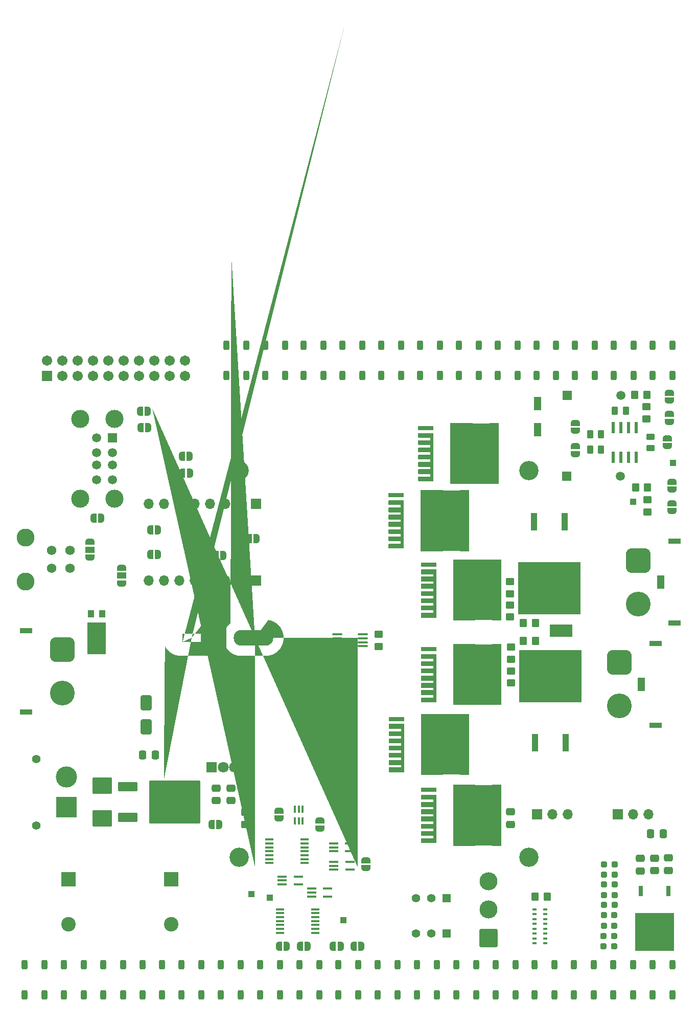
<source format=gbr>
%TF.GenerationSoftware,KiCad,Pcbnew,8.0.3*%
%TF.CreationDate,2025-06-05T13:09:17-07:00*%
%TF.ProjectId,Power_ManagementV2,506f7765-725f-44d6-916e-6167656d656e,rev?*%
%TF.SameCoordinates,Original*%
%TF.FileFunction,Soldermask,Top*%
%TF.FilePolarity,Negative*%
%FSLAX46Y46*%
G04 Gerber Fmt 4.6, Leading zero omitted, Abs format (unit mm)*
G04 Created by KiCad (PCBNEW 8.0.3) date 2025-06-05 13:09:17*
%MOMM*%
%LPD*%
G01*
G04 APERTURE LIST*
G04 Aperture macros list*
%AMRoundRect*
0 Rectangle with rounded corners*
0 $1 Rounding radius*
0 $2 $3 $4 $5 $6 $7 $8 $9 X,Y pos of 4 corners*
0 Add a 4 corners polygon primitive as box body*
4,1,4,$2,$3,$4,$5,$6,$7,$8,$9,$2,$3,0*
0 Add four circle primitives for the rounded corners*
1,1,$1+$1,$2,$3*
1,1,$1+$1,$4,$5*
1,1,$1+$1,$6,$7*
1,1,$1+$1,$8,$9*
0 Add four rect primitives between the rounded corners*
20,1,$1+$1,$2,$3,$4,$5,0*
20,1,$1+$1,$4,$5,$6,$7,0*
20,1,$1+$1,$6,$7,$8,$9,0*
20,1,$1+$1,$8,$9,$2,$3,0*%
%AMFreePoly0*
4,1,19,0.500000,-0.750000,0.000000,-0.750000,0.000000,-0.744911,-0.071157,-0.744911,-0.207708,-0.704816,-0.327430,-0.627875,-0.420627,-0.520320,-0.479746,-0.390866,-0.500000,-0.250000,-0.500000,0.250000,-0.479746,0.390866,-0.420627,0.520320,-0.327430,0.627875,-0.207708,0.704816,-0.071157,0.744911,0.000000,0.744911,0.000000,0.750000,0.500000,0.750000,0.500000,-0.750000,0.500000,-0.750000,
$1*%
%AMFreePoly1*
4,1,19,0.000000,0.744911,0.071157,0.744911,0.207708,0.704816,0.327430,0.627875,0.420627,0.520320,0.479746,0.390866,0.500000,0.250000,0.500000,-0.250000,0.479746,-0.390866,0.420627,-0.520320,0.327430,-0.627875,0.207708,-0.704816,0.071157,-0.744911,0.000000,-0.744911,0.000000,-0.750000,-0.500000,-0.750000,-0.500000,0.750000,0.000000,0.750000,0.000000,0.744911,0.000000,0.744911,
$1*%
%AMFreePoly2*
4,1,19,0.550000,-0.750000,0.000000,-0.750000,0.000000,-0.744911,-0.071157,-0.744911,-0.207708,-0.704816,-0.327430,-0.627875,-0.420627,-0.520320,-0.479746,-0.390866,-0.500000,-0.250000,-0.500000,0.250000,-0.479746,0.390866,-0.420627,0.520320,-0.327430,0.627875,-0.207708,0.704816,-0.071157,0.744911,0.000000,0.744911,0.000000,0.750000,0.550000,0.750000,0.550000,-0.750000,0.550000,-0.750000,
$1*%
%AMFreePoly3*
4,1,19,0.000000,0.744911,0.071157,0.744911,0.207708,0.704816,0.327430,0.627875,0.420627,0.520320,0.479746,0.390866,0.500000,0.250000,0.500000,-0.250000,0.479746,-0.390866,0.420627,-0.520320,0.327430,-0.627875,0.207708,-0.704816,0.071157,-0.744911,0.000000,-0.744911,0.000000,-0.750000,-0.550000,-0.750000,-0.550000,0.750000,0.000000,0.750000,0.000000,0.744911,0.000000,0.744911,
$1*%
%AMFreePoly4*
4,1,64,2.219304,2.963065,2.677052,2.853170,3.111972,2.673020,3.513357,2.427051,3.871321,2.121320,4.177052,1.763356,4.423021,1.361971,4.603171,0.927051,4.713066,0.469303,4.750001,0.000000,4.713066,-0.469303,4.603171,-0.927051,4.423021,-1.361971,4.177052,-1.763356,3.871321,-2.121320,3.513357,-2.427051,3.111972,-2.673020,2.677052,-2.853170,2.219304,-2.963065,1.750001,-3.000000,
-2.249999,-3.000000,-2.397706,-2.996361,-2.545055,-2.985454,-2.691689,-2.967306,-2.837251,-2.941960,-2.981388,-2.909478,-3.123751,-2.869938,-3.263995,-2.823437,-3.401780,-2.770088,-3.536770,-2.710019,-3.668639,-2.643376,-3.797067,-2.570322,-3.921743,-2.491033,-4.042363,-2.405702,-4.158636,-2.314536,-4.270279,-2.217755,-4.377022,-2.115595,-4.478605,-2.008303,-4.574782,-1.896139,-4.665320,-1.779377,
-4.750000,-1.658298,-4.750001,1.658297,-4.665322,1.779376,-4.574783,1.896139,-4.478606,2.008302,-4.377023,2.115594,-4.270281,2.217755,-4.158637,2.314535,-4.042365,2.405702,-3.921744,2.491033,-3.797069,2.570322,-3.668640,2.643376,-3.536771,2.710019,-3.401780,2.770087,-3.263996,2.823437,-3.123752,2.869937,-2.981389,2.909477,-2.837251,2.941959,-2.691689,2.967304,-2.545056,2.985452,
-2.397706,2.996359,-2.249999,2.999997,1.750001,3.000000,2.219304,2.963065,2.219304,2.963065,$1*%
%AMFreePoly5*
4,1,64,2.397707,2.996361,2.545056,2.985454,2.691689,2.967306,2.837251,2.941960,2.981388,2.909477,3.123751,2.869938,3.263995,2.823437,3.401779,2.770087,3.536770,2.710019,3.668639,2.643376,3.797067,2.570322,3.921742,2.491033,4.042363,2.405702,4.158635,2.314536,4.270278,2.217755,4.377021,2.115595,4.478604,2.008303,4.574782,1.896140,4.665320,1.779378,4.750000,1.658299,
4.750001,-1.658298,4.665321,-1.779377,4.574783,-1.896139,4.478606,-2.008303,4.377022,-2.115595,4.270280,-2.217755,4.158637,-2.314536,4.042364,-2.405702,3.921744,-2.491033,3.797068,-2.570322,3.668640,-2.643376,3.536771,-2.710019,3.401780,-2.770087,3.263996,-2.823437,3.123752,-2.869937,2.981389,-2.909477,2.837251,-2.941959,2.691689,-2.967305,2.545056,-2.985453,2.397707,-2.996360,
2.250000,-2.999998,-1.750001,-3.000000,-2.219304,-2.963065,-2.677051,-2.853170,-3.111972,-2.673020,-3.513356,-2.427051,-3.871321,-2.121320,-4.177051,-1.763356,-4.423020,-1.361971,-4.603170,-0.927051,-4.713066,-0.469303,-4.750001,0.000000,-4.713066,0.469303,-4.603170,0.927051,-4.423020,1.361971,-4.177051,1.763356,-3.871321,2.121320,-3.513356,2.427051,-3.111972,2.673020,-2.677051,2.853170,
-2.219304,2.963065,-1.750001,3.000000,2.250000,3.000000,2.397707,2.996361,2.397707,2.996361,$1*%
G04 Aperture macros list end*
%ADD10C,0.000000*%
%ADD11R,1.473200X0.355600*%
%ADD12RoundRect,0.250000X-0.250000X0.550000X-0.250000X-0.550000X0.250000X-0.550000X0.250000X0.550000X0*%
%ADD13FreePoly0,0.000000*%
%ADD14FreePoly1,0.000000*%
%ADD15RoundRect,0.100000X-0.650000X-0.100000X0.650000X-0.100000X0.650000X0.100000X-0.650000X0.100000X0*%
%ADD16C,1.498600*%
%ADD17R,1.498600X1.498600*%
%ADD18R,0.990600X1.143000*%
%ADD19R,3.098800X5.207000*%
%ADD20RoundRect,0.250000X-0.262500X-0.450000X0.262500X-0.450000X0.262500X0.450000X-0.262500X0.450000X0*%
%ADD21RoundRect,0.250000X0.250000X-0.550000X0.250000X0.550000X-0.250000X0.550000X-0.250000X-0.550000X0*%
%ADD22C,1.574800*%
%ADD23C,2.971800*%
%ADD24RoundRect,0.237500X-0.287500X-0.237500X0.287500X-0.237500X0.287500X0.237500X-0.287500X0.237500X0*%
%ADD25RoundRect,0.250000X0.475000X-0.337500X0.475000X0.337500X-0.475000X0.337500X-0.475000X-0.337500X0*%
%ADD26RoundRect,0.250000X0.350000X0.450000X-0.350000X0.450000X-0.350000X-0.450000X0.350000X-0.450000X0*%
%ADD27FreePoly0,90.000000*%
%ADD28FreePoly1,90.000000*%
%ADD29C,3.200000*%
%ADD30R,1.500000X1.500000*%
%ADD31C,1.500000*%
%ADD32C,3.000000*%
%ADD33R,2.400000X2.400000*%
%ADD34C,2.400000*%
%ADD35RoundRect,0.250000X-0.450000X0.350000X-0.450000X-0.350000X0.450000X-0.350000X0.450000X0.350000X0*%
%ADD36FreePoly2,90.000000*%
%ADD37R,1.500000X1.000000*%
%ADD38FreePoly3,90.000000*%
%ADD39RoundRect,0.250000X-0.337500X-0.475000X0.337500X-0.475000X0.337500X0.475000X-0.337500X0.475000X0*%
%ADD40RoundRect,0.250000X0.450000X-0.350000X0.450000X0.350000X-0.450000X0.350000X-0.450000X-0.350000X0*%
%ADD41FreePoly2,0.000000*%
%ADD42R,1.000000X1.500000*%
%ADD43FreePoly3,0.000000*%
%ADD44R,2.500000X0.800000*%
%ADD45R,7.999995X10.100005*%
%ADD46FreePoly2,270.000000*%
%ADD47FreePoly3,270.000000*%
%ADD48RoundRect,0.102000X-0.754000X-0.754000X0.754000X-0.754000X0.754000X0.754000X-0.754000X0.754000X0*%
%ADD49C,1.712000*%
%ADD50RoundRect,0.250000X-0.350000X-0.450000X0.350000X-0.450000X0.350000X0.450000X-0.350000X0.450000X0*%
%ADD51C,1.400000*%
%ADD52R,3.500000X3.500000*%
%ADD53C,3.500000*%
%ADD54R,1.168400X2.209800*%
%ADD55RoundRect,0.250000X-0.475000X0.337500X-0.475000X-0.337500X0.475000X-0.337500X0.475000X0.337500X0*%
%ADD56RoundRect,0.250000X0.262500X0.450000X-0.262500X0.450000X-0.262500X-0.450000X0.262500X-0.450000X0*%
%ADD57R,1.700000X1.700000*%
%ADD58O,1.700000X1.700000*%
%ADD59R,0.711200X1.701800*%
%ADD60R,6.553200X6.223000*%
%ADD61RoundRect,0.102000X0.609000X0.609000X-0.609000X0.609000X-0.609000X-0.609000X0.609000X-0.609000X0*%
%ADD62C,1.422000*%
%ADD63R,0.990600X2.997200*%
%ADD64R,10.337800X8.712200*%
%ADD65FreePoly0,270.000000*%
%ADD66FreePoly1,270.000000*%
%ADD67RoundRect,0.100000X-0.712500X-0.100000X0.712500X-0.100000X0.712500X0.100000X-0.712500X0.100000X0*%
%ADD68R,1.000000X1.000000*%
%ADD69R,2.000000X0.900000*%
%ADD70RoundRect,1.025000X-1.025000X1.025000X-1.025000X-1.025000X1.025000X-1.025000X1.025000X1.025000X0*%
%ADD71C,4.100000*%
%ADD72R,1.300000X2.300000*%
%ADD73R,1.460500X0.355600*%
%ADD74R,0.355600X1.168400*%
%ADD75R,3.800000X2.000000*%
%ADD76FreePoly0,180.000000*%
%ADD77FreePoly1,180.000000*%
%ADD78RoundRect,1.025000X1.025000X-1.025000X1.025000X1.025000X-1.025000X1.025000X-1.025000X-1.025000X0*%
%ADD79R,0.711200X0.457200*%
%ADD80R,1.800000X1.800000*%
%ADD81C,1.800000*%
%ADD82RoundRect,1.300000X-2.000000X-0.000010X2.000000X-0.000010X2.000000X0.000010X-2.000000X0.000010X0*%
%ADD83FreePoly4,0.000000*%
%ADD84FreePoly5,0.000000*%
%ADD85RoundRect,0.102000X-1.495000X-0.670000X1.495000X-0.670000X1.495000X0.670000X-1.495000X0.670000X0*%
%ADD86RoundRect,0.102000X-4.130000X-3.450000X4.130000X-3.450000X4.130000X3.450000X-4.130000X3.450000X0*%
%ADD87R,0.533400X1.981200*%
%ADD88RoundRect,0.250000X0.650000X-1.000000X0.650000X1.000000X-0.650000X1.000000X-0.650000X-1.000000X0*%
%ADD89RoundRect,0.102000X1.387500X1.387500X-1.387500X1.387500X-1.387500X-1.387500X1.387500X-1.387500X0*%
%ADD90C,2.979000*%
%ADD91RoundRect,0.250000X-0.450000X0.262500X-0.450000X-0.262500X0.450000X-0.262500X0.450000X0.262500X0*%
%ADD92RoundRect,0.102000X1.500000X-1.237500X1.500000X1.237500X-1.500000X1.237500X-1.500000X-1.237500X0*%
G04 APERTURE END LIST*
D10*
%TO.C,Q3*%
G36*
X230490703Y-88526397D02*
G01*
X233290698Y-88526397D01*
X233290702Y-87676398D01*
X234790699Y-87676398D01*
X234790699Y-97776404D01*
X233290702Y-97776404D01*
X233290698Y-96926405D01*
X230490703Y-96926405D01*
X230490697Y-97776404D01*
X226790704Y-97776404D01*
X226790704Y-87676398D01*
X230490697Y-87676398D01*
X230490703Y-88526397D01*
G37*
G36*
X223990701Y-97326400D02*
G01*
X221490701Y-97326400D01*
X221490701Y-96526400D01*
X223490700Y-96526402D01*
X223490700Y-96126402D01*
X221490701Y-96126400D01*
X221490701Y-95326402D01*
X223490700Y-95326402D01*
X223490700Y-94926402D01*
X221490701Y-94926402D01*
X221490701Y-94126403D01*
X223490700Y-94126402D01*
X223490700Y-93726402D01*
X221490701Y-93726402D01*
X221490701Y-92926402D01*
X223490700Y-92926402D01*
X223490700Y-92526402D01*
X221490701Y-92526402D01*
X221490701Y-91726402D01*
X223490700Y-91726402D01*
X223490700Y-91326402D01*
X221490701Y-91326402D01*
X221490701Y-90526402D01*
X223490700Y-90526402D01*
X223490700Y-90126402D01*
X221490701Y-90126402D01*
X221490701Y-89326402D01*
X223990701Y-89326402D01*
X223990701Y-97326400D01*
G37*
%TO.C,Q4*%
G36*
X230490703Y-102539795D02*
G01*
X233290698Y-102539795D01*
X233290702Y-101689796D01*
X234790699Y-101689796D01*
X234790699Y-111789802D01*
X233290702Y-111789802D01*
X233290698Y-110939803D01*
X230490703Y-110939803D01*
X230490697Y-111789802D01*
X226790704Y-111789802D01*
X226790704Y-101689796D01*
X230490697Y-101689796D01*
X230490703Y-102539795D01*
G37*
G36*
X223990701Y-111339798D02*
G01*
X221490701Y-111339798D01*
X221490701Y-110539798D01*
X223490700Y-110539800D01*
X223490700Y-110139800D01*
X221490701Y-110139798D01*
X221490701Y-109339800D01*
X223490700Y-109339800D01*
X223490700Y-108939800D01*
X221490701Y-108939800D01*
X221490701Y-108139801D01*
X223490700Y-108139800D01*
X223490700Y-107739800D01*
X221490701Y-107739800D01*
X221490701Y-106939800D01*
X223490700Y-106939800D01*
X223490700Y-106539800D01*
X221490701Y-106539800D01*
X221490701Y-105739800D01*
X223490700Y-105739800D01*
X223490700Y-105339800D01*
X221490701Y-105339800D01*
X221490701Y-104539800D01*
X223490700Y-104539800D01*
X223490700Y-104139800D01*
X221490701Y-104139800D01*
X221490701Y-103339800D01*
X223990701Y-103339800D01*
X223990701Y-111339798D01*
G37*
%TO.C,Q1*%
G36*
X230033503Y-65954796D02*
G01*
X232833498Y-65954796D01*
X232833502Y-65104797D01*
X234333499Y-65104797D01*
X234333499Y-75204803D01*
X232833502Y-75204803D01*
X232833498Y-74354804D01*
X230033503Y-74354804D01*
X230033497Y-75204803D01*
X226333504Y-75204803D01*
X226333504Y-65104797D01*
X230033497Y-65104797D01*
X230033503Y-65954796D01*
G37*
G36*
X223533501Y-74754799D02*
G01*
X221033501Y-74754799D01*
X221033501Y-73954799D01*
X223033500Y-73954801D01*
X223033500Y-73554801D01*
X221033501Y-73554799D01*
X221033501Y-72754801D01*
X223033500Y-72754801D01*
X223033500Y-72354801D01*
X221033501Y-72354801D01*
X221033501Y-71554802D01*
X223033500Y-71554801D01*
X223033500Y-71154801D01*
X221033501Y-71154801D01*
X221033501Y-70354801D01*
X223033500Y-70354801D01*
X223033500Y-69954801D01*
X221033501Y-69954801D01*
X221033501Y-69154801D01*
X223033500Y-69154801D01*
X223033500Y-68754801D01*
X221033501Y-68754801D01*
X221033501Y-67954801D01*
X223033500Y-67954801D01*
X223033500Y-67554801D01*
X221033501Y-67554801D01*
X221033501Y-66754801D01*
X223533501Y-66754801D01*
X223533501Y-74754799D01*
G37*
%TO.C,Q2*%
G36*
X225105903Y-77079996D02*
G01*
X227905898Y-77079996D01*
X227905902Y-76229997D01*
X229405899Y-76229997D01*
X229405899Y-86330003D01*
X227905902Y-86330003D01*
X227905898Y-85480004D01*
X225105903Y-85480004D01*
X225105897Y-86330003D01*
X221405904Y-86330003D01*
X221405904Y-76229997D01*
X225105897Y-76229997D01*
X225105903Y-77079996D01*
G37*
G36*
X218605901Y-85879999D02*
G01*
X216105901Y-85879999D01*
X216105901Y-85079999D01*
X218105900Y-85080001D01*
X218105900Y-84680001D01*
X216105901Y-84679999D01*
X216105901Y-83880001D01*
X218105900Y-83880001D01*
X218105900Y-83480001D01*
X216105901Y-83480001D01*
X216105901Y-82680002D01*
X218105900Y-82680001D01*
X218105900Y-82280001D01*
X216105901Y-82280001D01*
X216105901Y-81480001D01*
X218105900Y-81480001D01*
X218105900Y-81080001D01*
X216105901Y-81080001D01*
X216105901Y-80280001D01*
X218105900Y-80280001D01*
X218105900Y-79880001D01*
X216105901Y-79880001D01*
X216105901Y-79080001D01*
X218105900Y-79080001D01*
X218105900Y-78680001D01*
X216105901Y-78680001D01*
X216105901Y-77880001D01*
X218605901Y-77880001D01*
X218605901Y-85879999D01*
G37*
%TO.C,Q5*%
G36*
X225148602Y-114115995D02*
G01*
X227948597Y-114115995D01*
X227948601Y-113265996D01*
X229448598Y-113265996D01*
X229448598Y-123366002D01*
X227948601Y-123366002D01*
X227948597Y-122516003D01*
X225148602Y-122516003D01*
X225148596Y-123366002D01*
X221448603Y-123366002D01*
X221448603Y-113265996D01*
X225148596Y-113265996D01*
X225148602Y-114115995D01*
G37*
G36*
X218648600Y-122915998D02*
G01*
X216148600Y-122915998D01*
X216148600Y-122115998D01*
X218148599Y-122116000D01*
X218148599Y-121716000D01*
X216148600Y-121715998D01*
X216148600Y-120916000D01*
X218148599Y-120916000D01*
X218148599Y-120516000D01*
X216148600Y-120516000D01*
X216148600Y-119716001D01*
X218148599Y-119716000D01*
X218148599Y-119316000D01*
X216148600Y-119316000D01*
X216148600Y-118516000D01*
X218148599Y-118516000D01*
X218148599Y-118116000D01*
X216148600Y-118116000D01*
X216148600Y-117316000D01*
X218148599Y-117316000D01*
X218148599Y-116916000D01*
X216148600Y-116916000D01*
X216148600Y-116116000D01*
X218148599Y-116116000D01*
X218148599Y-115716000D01*
X216148600Y-115716000D01*
X216148600Y-114916000D01*
X218648600Y-114916000D01*
X218648600Y-122915998D01*
G37*
%TO.C,Q6*%
G36*
X230490703Y-125850795D02*
G01*
X233290698Y-125850795D01*
X233290702Y-125000796D01*
X234790699Y-125000796D01*
X234790699Y-135100802D01*
X233290702Y-135100802D01*
X233290698Y-134250803D01*
X230490703Y-134250803D01*
X230490697Y-135100802D01*
X226790704Y-135100802D01*
X226790704Y-125000796D01*
X230490697Y-125000796D01*
X230490703Y-125850795D01*
G37*
G36*
X223990701Y-134650798D02*
G01*
X221490701Y-134650798D01*
X221490701Y-133850798D01*
X223490700Y-133850800D01*
X223490700Y-133450800D01*
X221490701Y-133450798D01*
X221490701Y-132650800D01*
X223490700Y-132650800D01*
X223490700Y-132250800D01*
X221490701Y-132250800D01*
X221490701Y-131450801D01*
X223490700Y-131450800D01*
X223490700Y-131050800D01*
X221490701Y-131050800D01*
X221490701Y-130250800D01*
X223490700Y-130250800D01*
X223490700Y-129850800D01*
X221490701Y-129850800D01*
X221490701Y-129050800D01*
X223490700Y-129050800D01*
X223490700Y-128650800D01*
X221490701Y-128650800D01*
X221490701Y-127850800D01*
X223490700Y-127850800D01*
X223490700Y-127450800D01*
X221490701Y-127450800D01*
X221490701Y-126650800D01*
X223990701Y-126650800D01*
X223990701Y-134650798D01*
G37*
%TD*%
D11*
%TO.C,U15*%
X196329300Y-134040880D03*
X196329300Y-134691120D03*
X196329300Y-135341360D03*
X196329300Y-135991600D03*
X196329300Y-136641840D03*
X196329300Y-137292080D03*
X196329300Y-137942320D03*
X202171300Y-137942320D03*
X202171300Y-137292080D03*
X202171300Y-136641840D03*
X202171300Y-135991600D03*
X202171300Y-135341360D03*
X202171300Y-134691120D03*
X202171300Y-134040880D03*
%TD*%
D12*
%TO.C,LED18*%
X263139322Y-52200000D03*
X259839322Y-52200000D03*
X263139322Y-57200000D03*
X259839322Y-57200000D03*
%TD*%
D13*
%TO.C,JP11*%
X176575000Y-82800000D03*
D14*
X177875000Y-82800000D03*
%TD*%
D15*
%TO.C,U9*%
X203365000Y-142175000D03*
X203365000Y-142825000D03*
X203365000Y-143475000D03*
X206025000Y-143475000D03*
X206025000Y-142175000D03*
%TD*%
D16*
%TO.C,D2*%
X254594480Y-60500000D03*
D17*
X245694320Y-60500000D03*
%TD*%
D18*
%TO.C,CR1*%
X168616402Y-96723200D03*
X166776400Y-96723200D03*
D19*
X167696401Y-100711000D03*
%TD*%
D20*
%TO.C,R5*%
X249485900Y-67002400D03*
X251310900Y-67002400D03*
%TD*%
D21*
%TO.C,LED1*%
X155793000Y-159750000D03*
X159093000Y-159750000D03*
X155793000Y-154750000D03*
X159093000Y-154750000D03*
%TD*%
D22*
%TO.C,J9*%
X160274000Y-89183350D03*
X160274000Y-86183351D03*
X163273999Y-89183350D03*
X163273999Y-86183351D03*
D23*
X155953998Y-84033350D03*
X155953998Y-91333351D03*
%TD*%
D24*
%TO.C,D13*%
X251747400Y-150048200D03*
X253497400Y-150048200D03*
%TD*%
D25*
%TO.C,C6*%
X260148599Y-139211500D03*
X260148599Y-137136500D03*
%TD*%
D21*
%TO.C,LED5*%
X181798600Y-159750000D03*
X185098600Y-159750000D03*
X181798600Y-154750000D03*
X185098600Y-154750000D03*
%TD*%
D26*
%TO.C,R19*%
X242400000Y-143520400D03*
X240400000Y-143520400D03*
%TD*%
D27*
%TO.C,JP1*%
X262260200Y-68915800D03*
D28*
X262260200Y-67615800D03*
%TD*%
D29*
%TO.C,H1*%
X191350000Y-73000000D03*
%TD*%
D30*
%TO.C,J7*%
X170355000Y-67525000D03*
D31*
X170355000Y-70025000D03*
X170355000Y-72025000D03*
X170355000Y-74525000D03*
X167735000Y-67525000D03*
X167735000Y-70025000D03*
X167735000Y-72025000D03*
X167735000Y-74525000D03*
D32*
X170705000Y-64455000D03*
X165025000Y-64455000D03*
X170705000Y-77595000D03*
X165025000Y-77595000D03*
%TD*%
D15*
%TO.C,U12*%
X206990000Y-134700000D03*
X206990000Y-135350000D03*
X206990000Y-136000000D03*
X209650000Y-136000000D03*
X209650000Y-134700000D03*
%TD*%
D33*
%TO.C,C11*%
X163042600Y-140606846D03*
D34*
X163042600Y-148106846D03*
%TD*%
D35*
%TO.C,R12*%
X259000000Y-77800000D03*
X259000000Y-79800000D03*
%TD*%
D36*
%TO.C,JP8*%
X171857500Y-91675000D03*
D37*
X171857500Y-90375000D03*
D38*
X171857500Y-89075000D03*
%TD*%
D35*
%TO.C,R13*%
X192350000Y-125575000D03*
X192350000Y-127575000D03*
%TD*%
D39*
%TO.C,C2*%
X259515700Y-133096000D03*
X261590700Y-133096000D03*
%TD*%
D27*
%TO.C,JP25*%
X204724000Y-132222000D03*
D28*
X204724000Y-130922000D03*
%TD*%
D16*
%TO.C,D1*%
X254543680Y-73915000D03*
D17*
X245643520Y-73915000D03*
%TD*%
D21*
%TO.C,LED6*%
X188300000Y-159750000D03*
X191600000Y-159750000D03*
X188300000Y-154750000D03*
X191600000Y-154750000D03*
%TD*%
D27*
%TO.C,JP3*%
X247045600Y-66396600D03*
D28*
X247045600Y-65096600D03*
%TD*%
D40*
%TO.C,R1*%
X236220000Y-93370400D03*
X236220000Y-91370400D03*
%TD*%
D12*
%TO.C,LED28*%
X198924934Y-52200000D03*
X195624934Y-52200000D03*
X198924934Y-57200000D03*
X195624934Y-57200000D03*
%TD*%
D41*
%TO.C,JP9*%
X191650000Y-84207500D03*
D42*
X192950000Y-84207500D03*
D43*
X194250000Y-84207500D03*
%TD*%
D44*
%TO.C,Q3*%
X222740701Y-88526402D03*
X222740701Y-89726402D03*
X222740701Y-90926402D03*
X222740701Y-92126402D03*
X222740701Y-93326402D03*
X222740701Y-94526402D03*
X222740701Y-95726400D03*
X222740701Y-96926400D03*
D45*
X230790701Y-92726401D03*
%TD*%
D27*
%TO.C,JP4*%
X262600000Y-61400000D03*
D28*
X262600000Y-60100000D03*
%TD*%
D46*
%TO.C,JP28*%
X166624000Y-84785200D03*
D37*
X166624000Y-86085200D03*
D47*
X166624000Y-87385200D03*
%TD*%
D21*
%TO.C,LED10*%
X214305600Y-159750000D03*
X217605600Y-159750000D03*
X214305600Y-154750000D03*
X217605600Y-154750000D03*
%TD*%
D44*
%TO.C,Q4*%
X222740701Y-102539800D03*
X222740701Y-103739800D03*
X222740701Y-104939800D03*
X222740701Y-106139800D03*
X222740701Y-107339800D03*
X222740701Y-108539800D03*
X222740701Y-109739798D03*
X222740701Y-110939798D03*
D45*
X230790701Y-106739799D03*
%TD*%
D13*
%TO.C,JP16*%
X187425000Y-87000000D03*
D14*
X188725000Y-87000000D03*
%TD*%
D48*
%TO.C,J8*%
X159500000Y-57290000D03*
D49*
X159500000Y-54750000D03*
X162040000Y-57290000D03*
X162040000Y-54750000D03*
X164580000Y-57290000D03*
X164580000Y-54750000D03*
X167120000Y-57290000D03*
X167120000Y-54750000D03*
X169660000Y-57290000D03*
X169660000Y-54750000D03*
X172200000Y-57290000D03*
X172200000Y-54750000D03*
X174740000Y-57290000D03*
X174740000Y-54750000D03*
X177280000Y-57290000D03*
X177280000Y-54750000D03*
X179820000Y-57290000D03*
X179820000Y-54750000D03*
X182360000Y-57290000D03*
X182360000Y-54750000D03*
%TD*%
D50*
%TO.C,R9*%
X256900000Y-60450000D03*
X258900000Y-60450000D03*
%TD*%
D21*
%TO.C,LED7*%
X194801400Y-159750000D03*
X198101400Y-159750000D03*
X194801400Y-154750000D03*
X198101400Y-154750000D03*
%TD*%
D25*
%TO.C,C4*%
X262459999Y-139186100D03*
X262459999Y-137111100D03*
%TD*%
D29*
%TO.C,H2*%
X191350000Y-137000000D03*
%TD*%
D51*
%TO.C,J6*%
X157750000Y-131700000D03*
X157750000Y-120700000D03*
D52*
X162750000Y-128700000D03*
D53*
X162750000Y-123700000D03*
%TD*%
D54*
%TO.C,C1*%
X240800000Y-61900000D03*
X240800000Y-66218000D03*
%TD*%
D21*
%TO.C,LED15*%
X246812600Y-159750000D03*
X250112600Y-159750000D03*
X246812600Y-154750000D03*
X250112600Y-154750000D03*
%TD*%
D55*
%TO.C,C8*%
X187550000Y-125525000D03*
X187550000Y-127600000D03*
%TD*%
%TO.C,C9*%
X190025000Y-125537500D03*
X190025000Y-127612500D03*
%TD*%
D56*
%TO.C,TH2*%
X255425700Y-63090800D03*
X253600700Y-63090800D03*
%TD*%
D29*
%TO.C,H4*%
X239350000Y-73000000D03*
%TD*%
D21*
%TO.C,LED17*%
X259815400Y-159750000D03*
X263115400Y-159750000D03*
X259815400Y-154750000D03*
X263115400Y-154750000D03*
%TD*%
%TO.C,LED4*%
X175297200Y-159750000D03*
X178597200Y-159750000D03*
X175297200Y-154750000D03*
X178597200Y-154750000D03*
%TD*%
D57*
%TO.C,J3*%
X194125000Y-78450000D03*
D58*
X191585000Y-78450000D03*
X189045000Y-78450000D03*
X186505000Y-78450000D03*
X183965000Y-78450000D03*
X181425000Y-78450000D03*
X178885000Y-78450000D03*
X176345000Y-78450000D03*
%TD*%
D24*
%TO.C,D5*%
X251803400Y-139837400D03*
X253553400Y-139837400D03*
%TD*%
D44*
%TO.C,Q1*%
X222283501Y-65954801D03*
X222283501Y-67154801D03*
X222283501Y-68354801D03*
X222283501Y-69554801D03*
X222283501Y-70754801D03*
X222283501Y-71954801D03*
X222283501Y-73154799D03*
X222283501Y-74354799D03*
D45*
X230333501Y-70154800D03*
%TD*%
D35*
%TO.C,R7*%
X236372400Y-102190800D03*
X236372400Y-104190800D03*
%TD*%
D21*
%TO.C,LED16*%
X253314000Y-159750000D03*
X256614000Y-159750000D03*
X253314000Y-154750000D03*
X256614000Y-154750000D03*
%TD*%
D13*
%TO.C,JP24*%
X206850000Y-151700000D03*
D14*
X208150000Y-151700000D03*
%TD*%
D59*
%TO.C,U4*%
X262450001Y-142593600D03*
D60*
X260150000Y-149350000D03*
D59*
X257849999Y-142593600D03*
%TD*%
D61*
%TO.C,VR2*%
X225740400Y-149565600D03*
D62*
X223200400Y-149565600D03*
X220660400Y-149565600D03*
%TD*%
D63*
%TO.C,U2*%
X240385600Y-117983000D03*
D64*
X242925600Y-106972100D03*
D63*
X245465600Y-117983000D03*
%TD*%
D27*
%TO.C,JP6*%
X262600000Y-64900000D03*
D28*
X262600000Y-63600000D03*
%TD*%
D27*
%TO.C,JP7*%
X263050000Y-79700000D03*
D28*
X263050000Y-78400000D03*
%TD*%
D65*
%TO.C,JP26*%
X197916800Y-129286000D03*
D66*
X197916800Y-130586000D03*
%TD*%
D33*
%TO.C,C10*%
X180060600Y-140606292D03*
D34*
X180060600Y-148106292D03*
%TD*%
D21*
%TO.C,LED3*%
X168795800Y-159750000D03*
X172095800Y-159750000D03*
X168795800Y-154750000D03*
X172095800Y-154750000D03*
%TD*%
D50*
%TO.C,R10*%
X257000000Y-75800000D03*
X259000000Y-75800000D03*
%TD*%
D67*
%TO.C,U14*%
X207612500Y-100100000D03*
X207612500Y-100750000D03*
X207612500Y-101400000D03*
X207612500Y-102050000D03*
X211837500Y-102050000D03*
X211837500Y-101400000D03*
X211837500Y-100750000D03*
X211837500Y-100100000D03*
%TD*%
D57*
%TO.C,J4*%
X194125000Y-91150000D03*
D58*
X191585000Y-91150000D03*
X189045000Y-91150000D03*
X186505000Y-91150000D03*
X183965000Y-91150000D03*
X181425000Y-91150000D03*
X178885000Y-91150000D03*
X176345000Y-91150000D03*
%TD*%
D68*
%TO.C,TP4*%
X208635600Y-147421600D03*
%TD*%
D24*
%TO.C,D6*%
X251800800Y-141488400D03*
X253550800Y-141488400D03*
%TD*%
D69*
%TO.C,J2*%
X260317600Y-101606400D03*
X260317600Y-115106400D03*
D70*
X254317600Y-104756400D03*
D71*
X254317600Y-111956400D03*
D72*
X257967600Y-108356400D03*
%TD*%
D21*
%TO.C,LED8*%
X201302800Y-159750000D03*
X204602800Y-159750000D03*
X201302800Y-154750000D03*
X204602800Y-154750000D03*
%TD*%
D13*
%TO.C,JP20*%
X181884800Y-73406000D03*
D14*
X183184800Y-73406000D03*
%TD*%
D12*
%TO.C,LED20*%
X250296438Y-52200000D03*
X246996438Y-52200000D03*
X250296438Y-57200000D03*
X246996438Y-57200000D03*
%TD*%
D63*
%TO.C,U1*%
X245313200Y-81445100D03*
D64*
X242773200Y-92456000D03*
D63*
X240233200Y-81445100D03*
%TD*%
D69*
%TO.C,J1*%
X263499600Y-84696400D03*
X263499600Y-98196400D03*
D70*
X257499600Y-87846400D03*
D71*
X257499600Y-95046400D03*
D72*
X261149600Y-91446400D03*
%TD*%
D21*
%TO.C,LED2*%
X162294400Y-159750000D03*
X165594400Y-159750000D03*
X162294400Y-154750000D03*
X165594400Y-154750000D03*
%TD*%
D26*
%TO.C,R8*%
X240436400Y-101142800D03*
X238436400Y-101142800D03*
%TD*%
D13*
%TO.C,JP19*%
X181834000Y-70612000D03*
D14*
X183134000Y-70612000D03*
%TD*%
D27*
%TO.C,JP27*%
X212300000Y-138800000D03*
D28*
X212300000Y-137500000D03*
%TD*%
D61*
%TO.C,VR1*%
X225740400Y-143799800D03*
D62*
X223200400Y-143799800D03*
X220660400Y-143799800D03*
%TD*%
D68*
%TO.C,TP5*%
X263245600Y-71678800D03*
%TD*%
D21*
%TO.C,LED12*%
X227308400Y-159750000D03*
X230608400Y-159750000D03*
X227308400Y-154750000D03*
X230608400Y-154750000D03*
%TD*%
D73*
%TO.C,U7*%
X198133750Y-145599999D03*
X198133750Y-146250000D03*
X198133750Y-146900001D03*
X198133750Y-147550000D03*
X198133750Y-148199999D03*
X198133750Y-148850000D03*
X198133750Y-149499999D03*
X203988450Y-149500001D03*
X203988450Y-148850000D03*
X203988450Y-148200001D03*
X203988450Y-147550000D03*
X203988450Y-146900001D03*
X203988450Y-146250000D03*
X203988450Y-145600001D03*
%TD*%
D39*
%TO.C,C7*%
X175369400Y-120091200D03*
X177444400Y-120091200D03*
%TD*%
D21*
%TO.C,LED9*%
X207804200Y-159750000D03*
X211104200Y-159750000D03*
X207804200Y-154750000D03*
X211104200Y-154750000D03*
%TD*%
D74*
%TO.C,U11*%
X201875000Y-129019200D03*
X201225001Y-129019200D03*
X200575002Y-129019200D03*
X200575002Y-130975000D03*
X201225001Y-130975000D03*
X201875000Y-130975000D03*
%TD*%
D12*
%TO.C,LED29*%
X192503496Y-52200000D03*
X189203496Y-52200000D03*
X192503496Y-57200000D03*
X189203496Y-57200000D03*
%TD*%
D75*
%TO.C,TP1*%
X244650000Y-99500000D03*
%TD*%
D29*
%TO.C,H3*%
X239350000Y-137000000D03*
%TD*%
D25*
%TO.C,C5*%
X257799199Y-139233000D03*
X257799199Y-137158000D03*
%TD*%
D12*
%TO.C,LED27*%
X205346372Y-52200000D03*
X202046372Y-52200000D03*
X205346372Y-57200000D03*
X202046372Y-57200000D03*
%TD*%
D13*
%TO.C,JP23*%
X210300000Y-151700000D03*
D14*
X211600000Y-151700000D03*
%TD*%
D24*
%TO.C,D8*%
X251789400Y-144892000D03*
X253539400Y-144892000D03*
%TD*%
D35*
%TO.C,R2*%
X236220000Y-95231200D03*
X236220000Y-97231200D03*
%TD*%
D68*
%TO.C,TP2*%
X196392800Y-143713200D03*
%TD*%
D15*
%TO.C,U8*%
X198470000Y-140187500D03*
X198470000Y-140837500D03*
X198470000Y-141487500D03*
X201130000Y-141487500D03*
X201130000Y-140187500D03*
%TD*%
D76*
%TO.C,JP22*%
X202675000Y-151725000D03*
D77*
X201375000Y-151725000D03*
%TD*%
D44*
%TO.C,Q2*%
X217355901Y-77080001D03*
X217355901Y-78280001D03*
X217355901Y-79480001D03*
X217355901Y-80680001D03*
X217355901Y-81880001D03*
X217355901Y-83080001D03*
X217355901Y-84279999D03*
X217355901Y-85479999D03*
D45*
X225405901Y-81280000D03*
%TD*%
D55*
%TO.C,C3*%
X236321600Y-129467700D03*
X236321600Y-131542700D03*
%TD*%
D58*
%TO.C,PM2*%
X259170000Y-129840000D03*
X256630000Y-129840000D03*
D57*
X254090000Y-129840000D03*
%TD*%
D69*
%TO.C,J5*%
X156050000Y-112950000D03*
X156050000Y-99450000D03*
D78*
X162050000Y-102600000D03*
D71*
X162050000Y-109800000D03*
%TD*%
D12*
%TO.C,LED21*%
X243875000Y-52200000D03*
X240575000Y-52200000D03*
X243875000Y-57200000D03*
X240575000Y-57200000D03*
%TD*%
D76*
%TO.C,JP21*%
X199250000Y-151725000D03*
D77*
X197950000Y-151725000D03*
%TD*%
D12*
%TO.C,LED22*%
X237453562Y-52200000D03*
X234153562Y-52200000D03*
X237453562Y-57200000D03*
X234153562Y-57200000D03*
%TD*%
D79*
%TO.C,R21*%
X242087400Y-151205999D03*
X242087400Y-150405999D03*
X242087400Y-149606000D03*
X242087400Y-148805999D03*
X242087400Y-148006001D03*
X242087400Y-147206000D03*
X242087400Y-146405999D03*
X242087400Y-145606001D03*
X240284000Y-145606001D03*
X240284000Y-146406001D03*
X240284000Y-147206000D03*
X240284000Y-148006001D03*
X240284000Y-148805999D03*
X240284000Y-149606000D03*
X240284000Y-150406001D03*
X240284000Y-151205999D03*
%TD*%
D27*
%TO.C,JP5*%
X263050000Y-76150000D03*
D28*
X263050000Y-74850000D03*
%TD*%
D20*
%TO.C,R4*%
X249485900Y-69542400D03*
X251310900Y-69542400D03*
%TD*%
D44*
%TO.C,Q5*%
X217398600Y-114116000D03*
X217398600Y-115316000D03*
X217398600Y-116516000D03*
X217398600Y-117716000D03*
X217398600Y-118916000D03*
X217398600Y-120116000D03*
X217398600Y-121315998D03*
X217398600Y-122515998D03*
D45*
X225448600Y-118315999D03*
%TD*%
D35*
%TO.C,R15*%
X192350000Y-129575000D03*
X192350000Y-131575000D03*
%TD*%
D24*
%TO.C,D7*%
X251803400Y-138161000D03*
X253553400Y-138161000D03*
%TD*%
%TO.C,D12*%
X251750000Y-151750000D03*
X253500000Y-151750000D03*
%TD*%
D80*
%TO.C,U5*%
X186790100Y-122099999D03*
D81*
X188700100Y-122099999D03*
X190610100Y-122099999D03*
D82*
X193700100Y-100700000D03*
D83*
X193950099Y-100700000D03*
D84*
X183450100Y-100700000D03*
%TD*%
D24*
%TO.C,D11*%
X251772800Y-148321000D03*
X253522800Y-148321000D03*
%TD*%
D40*
%TO.C,R6*%
X236372400Y-108137200D03*
X236372400Y-106137200D03*
%TD*%
D44*
%TO.C,Q6*%
X222740701Y-125850800D03*
X222740701Y-127050800D03*
X222740701Y-128250800D03*
X222740701Y-129450800D03*
X222740701Y-130650800D03*
X222740701Y-131850800D03*
X222740701Y-133050798D03*
X222740701Y-134250798D03*
D45*
X230790701Y-130050799D03*
%TD*%
D85*
%TO.C,R14*%
X172907500Y-125310000D03*
X172907500Y-130390000D03*
D86*
X180667500Y-127850000D03*
%TD*%
D26*
%TO.C,R3*%
X240455200Y-98196400D03*
X238455200Y-98196400D03*
%TD*%
D87*
%TO.C,U3*%
X253299080Y-70787000D03*
X254569080Y-70787000D03*
X255839080Y-70787000D03*
X257109080Y-70787000D03*
X257109080Y-65859400D03*
X255839080Y-65859400D03*
X254569080Y-65859400D03*
X253299080Y-65859400D03*
%TD*%
D12*
%TO.C,LED25*%
X218189248Y-52200000D03*
X214889248Y-52200000D03*
X218189248Y-57200000D03*
X214889248Y-57200000D03*
%TD*%
%TO.C,LED26*%
X211767810Y-52200000D03*
X208467810Y-52200000D03*
X211767810Y-57200000D03*
X208467810Y-57200000D03*
%TD*%
D68*
%TO.C,TP6*%
X256641600Y-78130400D03*
%TD*%
D88*
%TO.C,D3*%
X175900000Y-115375000D03*
X175900000Y-111375000D03*
%TD*%
D12*
%TO.C,LED23*%
X231032124Y-52200000D03*
X227732124Y-52200000D03*
X231032124Y-57200000D03*
X227732124Y-57200000D03*
%TD*%
D21*
%TO.C,LED13*%
X233809800Y-159750000D03*
X237109800Y-159750000D03*
X233809800Y-154750000D03*
X237109800Y-154750000D03*
%TD*%
D24*
%TO.C,D4*%
X251803400Y-143215600D03*
X253553400Y-143215600D03*
%TD*%
D89*
%TO.C,S1*%
X232650000Y-150350000D03*
D90*
X232650000Y-145650000D03*
X232650000Y-140950000D03*
%TD*%
D13*
%TO.C,JP10*%
X176575000Y-86850000D03*
D14*
X177875000Y-86850000D03*
%TD*%
D12*
%TO.C,LED19*%
X256717876Y-52200000D03*
X253417876Y-52200000D03*
X256717876Y-57200000D03*
X253417876Y-57200000D03*
%TD*%
D68*
%TO.C,TP3*%
X193395600Y-143103600D03*
%TD*%
D13*
%TO.C,JP15*%
X183625000Y-87000000D03*
D14*
X184925000Y-87000000D03*
%TD*%
D76*
%TO.C,JP18*%
X168500000Y-80850000D03*
D77*
X167200000Y-80850000D03*
%TD*%
D13*
%TO.C,JP17*%
X174976000Y-65836800D03*
D14*
X176276000Y-65836800D03*
%TD*%
D13*
%TO.C,JP13*%
X174925000Y-63125000D03*
D14*
X176225000Y-63125000D03*
%TD*%
D13*
%TO.C,JP14*%
X186775000Y-131525000D03*
D14*
X188075000Y-131525000D03*
%TD*%
D27*
%TO.C,JP2*%
X247045600Y-70242400D03*
D28*
X247045600Y-68942400D03*
%TD*%
D35*
%TO.C,R11*%
X258850000Y-62400000D03*
X258850000Y-64400000D03*
%TD*%
D21*
%TO.C,LED11*%
X220807000Y-159750000D03*
X224107000Y-159750000D03*
X220807000Y-154750000D03*
X224107000Y-154750000D03*
%TD*%
D24*
%TO.C,D10*%
X251772800Y-146593800D03*
X253522800Y-146593800D03*
%TD*%
D91*
%TO.C,TH1*%
X259517000Y-67387200D03*
X259517000Y-69212200D03*
%TD*%
D58*
%TO.C,PM1*%
X245808300Y-129907700D03*
X243268300Y-129907700D03*
D57*
X240728300Y-129907700D03*
%TD*%
D15*
%TO.C,U13*%
X207015000Y-137750000D03*
X207015000Y-138400000D03*
X207015000Y-139050000D03*
X209675000Y-139050000D03*
X209675000Y-137750000D03*
%TD*%
D92*
%TO.C,JP12*%
X168675000Y-130537500D03*
X168675000Y-125162500D03*
%TD*%
D35*
%TO.C,R16*%
X214425000Y-100075000D03*
X214425000Y-102075000D03*
%TD*%
D21*
%TO.C,LED14*%
X240311200Y-159750000D03*
X243611200Y-159750000D03*
X240311200Y-154750000D03*
X243611200Y-154750000D03*
%TD*%
D12*
%TO.C,LED24*%
X224610686Y-52200000D03*
X221310686Y-52200000D03*
X224610686Y-57200000D03*
X221310686Y-57200000D03*
%TD*%
M02*

</source>
